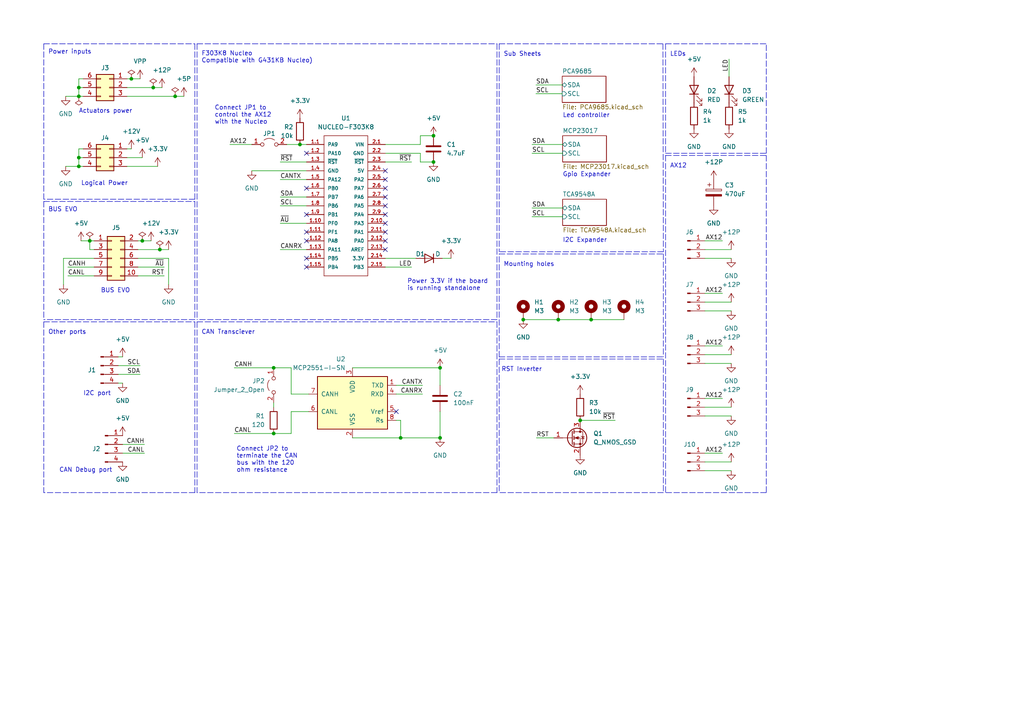
<source format=kicad_sch>
(kicad_sch (version 20211123) (generator eeschema)
  (paper "A4")
  (title_block (title "Carte Actuators") (date "2023-03-13") (rev "V2.0"))
  (lib_symbols
    (symbol "ComponentsEvo:NUCLEO-F303K8" (pin_names (offset 1.016))
      (property "Reference" "U" (at -2.54 21.59 0))
      (property "Value" "NUCLEO-F303K8" (at -7.62 -22.86 0))
      (symbol "NUCLEO-F303K8_1_0"
        (polyline (pts (xy -6.35 -20.32) (xy 6.35 -20.32)) (stroke (width 0.1524)))
        (polyline (pts (xy -6.35 20.32) (xy -6.35 -20.32)) (stroke (width 0.1524)))
        (polyline (pts (xy 6.35 -20.32) (xy 6.35 20.32)) (stroke (width 0.1524)))
        (polyline (pts (xy 6.35 20.32) (xy -6.35 20.32)) (stroke (width 0.1524)))
        (pin bidirectional line (at -11.43 17.78 0) (length 5.08) (name "PA9") (number "1.1"))
        (pin bidirectional line (at -11.43 -5.08 0) (length 5.08) (name "PF0") (number "1.10"))
        (pin bidirectional line (at -11.43 -7.62 0) (length 5.08) (name "PF1") (number "1.11"))
        (pin bidirectional line (at -11.43 -10.16 0) (length 5.08) (name "PA8") (number "1.12"))
        (pin bidirectional line (at -11.43 -12.7 0) (length 5.08) (name "PA11") (number "1.13"))
        (pin bidirectional line (at -11.43 -15.24 0) (length 5.08) (name "PB5") (number "1.14"))
        (pin bidirectional line (at -11.43 -17.78 0) (length 5.08) (name "PB4") (number "1.15"))
        (pin bidirectional line (at -11.43 15.24 0) (length 5.08) (name "PA10") (number "1.2"))
        (pin bidirectional line (at -11.43 12.7 0) (length 5.08) (name "~{RST}") (number "1.3"))
        (pin passive line (at -11.43 10.16 0) (length 5.08) (name "GND") (number "1.4"))
        (pin bidirectional line (at -11.43 7.62 0) (length 5.08) (name "PA12") (number "1.5"))
        (pin bidirectional line (at -11.43 5.08 0) (length 5.08) (name "PB0") (number "1.6"))
        (pin bidirectional line (at -11.43 2.54 0) (length 5.08) (name "PB7") (number "1.7"))
        (pin bidirectional line (at -11.43 0 0) (length 5.08) (name "PB6") (number "1.8"))
        (pin bidirectional line (at -11.43 -2.54 0) (length 5.08) (name "PB1") (number "1.9"))
        (pin power_in line (at 11.43 17.78 180) (length 5.08) (name "VIN") (number "2.1"))
        (pin bidirectional line (at 11.43 -5.08 180) (length 5.08) (name "PA3") (number "2.10"))
        (pin bidirectional line (at 11.43 -7.62 180) (length 5.08) (name "PA1") (number "2.11"))
        (pin bidirectional line (at 11.43 -10.16 180) (length 5.08) (name "PA0") (number "2.12"))
        (pin power_out line (at 11.43 -12.7 180) (length 5.08) (name "AREF") (number "2.13"))
        (pin power_out line (at 11.43 -15.24 180) (length 5.08) (name "3.3V") (number "2.14"))
        (pin bidirectional line (at 11.43 -17.78 180) (length 5.08) (name "PB3") (number "2.15"))
        (pin passive line (at 11.43 15.24 180) (length 5.08) (name "GND") (number "2.2"))
        (pin bidirectional line (at 11.43 12.7 180) (length 5.08) (name "~{RST}") (number "2.3"))
        (pin power_out line (at 11.43 10.16 180) (length 5.08) (name "5V") (number "2.4"))
        (pin bidirectional line (at 11.43 7.62 180) (length 5.08) (name "PA2") (number "2.5"))
        (pin bidirectional line (at 11.43 5.08 180) (length 5.08) (name "PA7") (number "2.6"))
        (pin bidirectional line (at 11.43 2.54 180) (length 5.08) (name "PA6") (number "2.7"))
        (pin bidirectional line (at 11.43 0 180) (length 5.08) (name "PA5") (number "2.8"))
        (pin bidirectional line (at 11.43 -2.54 180) (length 5.08) (name "PA4") (number "2.9"))
      )
    )
    (symbol "Connector:Conn_01x03_Male" (pin_names (offset 1.016) hide)
      (property "Reference" "J" (at 0 5.08 0))
      (property "Value" "Conn_01x03_Male" (at 0 -5.08 0))
      (symbol "Conn_01x03_Male_1_1"
        (polyline (pts (xy 1.27 -2.54) (xy 0.8636 -2.54)) (stroke (width 0.1524)))
        (polyline (pts (xy 1.27 0) (xy 0.8636 0)) (stroke (width 0.1524)))
        (polyline (pts (xy 1.27 2.54) (xy 0.8636 2.54)) (stroke (width 0.1524)))
        (rectangle (start 0.8636 -2.413) (end 0 -2.667) (stroke (width 0.1524)) (fill (type outline)))
        (rectangle (start 0.8636 0.127) (end 0 -0.127) (stroke (width 0.1524)) (fill (type outline)))
        (rectangle (start 0.8636 2.667) (end 0 2.413) (stroke (width 0.1524)) (fill (type outline)))
        (pin passive line (at 5.08 2.54 180) (length 3.81) (name "Pin_1") (number "1"))
        (pin passive line (at 5.08 0 180) (length 3.81) (name "Pin_2") (number "2"))
        (pin passive line (at 5.08 -2.54 180) (length 3.81) (name "Pin_3") (number "3"))
      )
    )
    (symbol "Connector:Conn_01x04_Male" (pin_names (offset 1.016) hide)
      (property "Reference" "J" (at 0 5.08 0))
      (property "Value" "Conn_01x04_Male" (at 0 -7.62 0))
      (symbol "Conn_01x04_Male_1_1"
        (polyline (pts (xy 1.27 -5.08) (xy 0.8636 -5.08)) (stroke (width 0.1524)))
        (polyline (pts (xy 1.27 -2.54) (xy 0.8636 -2.54)) (stroke (width 0.1524)))
        (polyline (pts (xy 1.27 0) (xy 0.8636 0)) (stroke (width 0.1524)))
        (polyline (pts (xy 1.27 2.54) (xy 0.8636 2.54)) (stroke (width 0.1524)))
        (rectangle (start 0.8636 -4.953) (end 0 -5.207) (stroke (width 0.1524)) (fill (type outline)))
        (rectangle (start 0.8636 -2.413) (end 0 -2.667) (stroke (width 0.1524)) (fill (type outline)))
        (rectangle (start 0.8636 0.127) (end 0 -0.127) (stroke (width 0.1524)) (fill (type outline)))
        (rectangle (start 0.8636 2.667) (end 0 2.413) (stroke (width 0.1524)) (fill (type outline)))
        (pin passive line (at 5.08 2.54 180) (length 3.81) (name "Pin_1") (number "1"))
        (pin passive line (at 5.08 0 180) (length 3.81) (name "Pin_2") (number "2"))
        (pin passive line (at 5.08 -2.54 180) (length 3.81) (name "Pin_3") (number "3"))
        (pin passive line (at 5.08 -5.08 180) (length 3.81) (name "Pin_4") (number "4"))
      )
    )
    (symbol "Connector_Generic:Conn_02x03_Counter_Clockwise" (pin_names (offset 1.016) hide)
      (property "Reference" "J" (at 1.27 5.08 0))
      (property "Value" "Conn_02x03_Counter_Clockwise" (at 1.27 -5.08 0))
      (symbol "Conn_02x03_Counter_Clockwise_1_1"
        (rectangle (start -1.27 -2.413) (end 0 -2.667) (stroke (width 0.1524)))
        (rectangle (start -1.27 0.127) (end 0 -0.127) (stroke (width 0.1524)))
        (rectangle (start -1.27 2.667) (end 0 2.413) (stroke (width 0.1524)))
        (rectangle (start -1.27 3.81) (end 3.81 -3.81) (stroke (width 0.254)) (fill (type background)))
        (rectangle (start 3.81 -2.413) (end 2.54 -2.667) (stroke (width 0.1524)))
        (rectangle (start 3.81 0.127) (end 2.54 -0.127) (stroke (width 0.1524)))
        (rectangle (start 3.81 2.667) (end 2.54 2.413) (stroke (width 0.1524)))
        (pin passive line (at -5.08 2.54 0) (length 3.81) (name "Pin_1") (number "1"))
        (pin passive line (at -5.08 0 0) (length 3.81) (name "Pin_2") (number "2"))
        (pin passive line (at -5.08 -2.54 0) (length 3.81) (name "Pin_3") (number "3"))
        (pin passive line (at 7.62 -2.54 180) (length 3.81) (name "Pin_4") (number "4"))
        (pin passive line (at 7.62 0 180) (length 3.81) (name "Pin_5") (number "5"))
        (pin passive line (at 7.62 2.54 180) (length 3.81) (name "Pin_6") (number "6"))
      )
    )
    (symbol "Connector_Generic:Conn_02x05_Odd_Even" (pin_names (offset 1.016) hide)
      (property "Reference" "J" (at 1.27 7.62 0))
      (property "Value" "Conn_02x05_Odd_Even" (at 1.27 -7.62 0))
      (symbol "Conn_02x05_Odd_Even_1_1"
        (rectangle (start -1.27 -4.953) (end 0 -5.207) (stroke (width 0.1524)))
        (rectangle (start -1.27 -2.413) (end 0 -2.667) (stroke (width 0.1524)))
        (rectangle (start -1.27 0.127) (end 0 -0.127) (stroke (width 0.1524)))
        (rectangle (start -1.27 2.667) (end 0 2.413) (stroke (width 0.1524)))
        (rectangle (start -1.27 5.207) (end 0 4.953) (stroke (width 0.1524)))
        (rectangle (start -1.27 6.35) (end 3.81 -6.35) (stroke (width 0.254)) (fill (type background)))
        (rectangle (start 3.81 -4.953) (end 2.54 -5.207) (stroke (width 0.1524)))
        (rectangle (start 3.81 -2.413) (end 2.54 -2.667) (stroke (width 0.1524)))
        (rectangle (start 3.81 0.127) (end 2.54 -0.127) (stroke (width 0.1524)))
        (rectangle (start 3.81 2.667) (end 2.54 2.413) (stroke (width 0.1524)))
        (rectangle (start 3.81 5.207) (end 2.54 4.953) (stroke (width 0.1524)))
        (pin passive line (at -5.08 5.08 0) (length 3.81) (name "Pin_1") (number "1"))
        (pin passive line (at 7.62 -5.08 180) (length 3.81) (name "Pin_10") (number "10"))
        (pin passive line (at 7.62 5.08 180) (length 3.81) (name "Pin_2") (number "2"))
        (pin passive line (at -5.08 2.54 0) (length 3.81) (name "Pin_3") (number "3"))
        (pin passive line (at 7.62 2.54 180) (length 3.81) (name "Pin_4") (number "4"))
        (pin passive line (at -5.08 0 0) (length 3.81) (name "Pin_5") (number "5"))
        (pin passive line (at 7.62 0 180) (length 3.81) (name "Pin_6") (number "6"))
        (pin passive line (at -5.08 -2.54 0) (length 3.81) (name "Pin_7") (number "7"))
        (pin passive line (at 7.62 -2.54 180) (length 3.81) (name "Pin_8") (number "8"))
        (pin passive line (at -5.08 -5.08 0) (length 3.81) (name "Pin_9") (number "9"))
      )
    )
    (symbol "Device:C" (pin_numbers hide) (pin_names (offset 0.254))
      (property "Reference" "C" (at 0.635 2.54 0))
      (property "Value" "C" (at 0.635 -2.54 0))
      (symbol "C_0_1"
        (polyline (pts (xy -2.032 -0.762) (xy 2.032 -0.762)) (stroke (width 0.508)))
        (polyline (pts (xy -2.032 0.762) (xy 2.032 0.762)) (stroke (width 0.508)))
      )
      (symbol "C_1_1"
        (pin passive line (at 0 3.81 270) (length 2.794) (name "~") (number "1"))
        (pin passive line (at 0 -3.81 90) (length 2.794) (name "~") (number "2"))
      )
    )
    (symbol "Device:C_Polarized" (pin_numbers hide) (pin_names (offset 0.254))
      (property "Reference" "C" (at 0.635 2.54 0))
      (property "Value" "C_Polarized" (at 0.635 -2.54 0))
      (symbol "C_Polarized_0_1"
        (rectangle (start -2.286 0.508) (end 2.286 1.016))
        (polyline (pts (xy -1.778 2.286) (xy -0.762 2.286)))
        (polyline (pts (xy -1.27 2.794) (xy -1.27 1.778)))
        (rectangle (start 2.286 -0.508) (end -2.286 -1.016) (fill (type outline)))
      )
      (symbol "C_Polarized_1_1"
        (pin passive line (at 0 3.81 270) (length 2.794) (name "~") (number "1"))
        (pin passive line (at 0 -3.81 90) (length 2.794) (name "~") (number "2"))
      )
    )
    (symbol "Device:D" (pin_numbers hide) (pin_names (offset 1.016) hide)
      (property "Reference" "D" (at 0 2.54 0))
      (property "Value" "D" (at 0 -2.54 0))
      (symbol "D_0_1"
        (polyline (pts (xy -1.27 1.27) (xy -1.27 -1.27)) (stroke (width 0.254)))
        (polyline (pts (xy 1.27 0) (xy -1.27 0)))
        (polyline (pts (xy 1.27 1.27) (xy 1.27 -1.27) (xy -1.27 0) (xy 1.27 1.27)) (stroke (width 0.254)))
      )
      (symbol "D_1_1"
        (pin passive line (at -3.81 0 0) (length 2.54) (name "K") (number "1"))
        (pin passive line (at 3.81 0 180) (length 2.54) (name "A") (number "2"))
      )
    )
    (symbol "Device:LED" (pin_numbers hide) (pin_names (offset 1.016) hide)
      (property "Reference" "D" (at 0 2.54 0))
      (property "Value" "LED" (at 0 -2.54 0))
      (symbol "LED_0_1"
        (polyline (pts (xy -1.27 -1.27) (xy -1.27 1.27)) (stroke (width 0.254)))
        (polyline (pts (xy -1.27 0) (xy 1.27 0)))
        (polyline (pts (xy 1.27 -1.27) (xy 1.27 1.27) (xy -1.27 0) (xy 1.27 -1.27)) (stroke (width 0.254)))
        (polyline (pts (xy -3.048 -0.762) (xy -4.572 -2.286) (xy -3.81 -2.286) (xy -4.572 -2.286) (xy -4.572 -1.524)))
        (polyline (pts (xy -1.778 -0.762) (xy -3.302 -2.286) (xy -2.54 -2.286) (xy -3.302 -2.286) (xy -3.302 -1.524)))
      )
      (symbol "LED_1_1"
        (pin passive line (at -3.81 0 0) (length 2.54) (name "K") (number "1"))
        (pin passive line (at 3.81 0 180) (length 2.54) (name "A") (number "2"))
      )
    )
    (symbol "Device:Q_NMOS_GSD" (pin_names (offset 0) hide)
      (property "Reference" "Q" (at 5.08 1.27 0))
      (property "Value" "Q_NMOS_GSD" (at 5.08 -1.27 0))
      (symbol "Q_NMOS_GSD_0_1"
        (polyline (pts (xy 0.254 0) (xy -2.54 0)))
        (polyline (pts (xy 0.254 1.905) (xy 0.254 -1.905)) (stroke (width 0.254)))
        (polyline (pts (xy 0.762 -1.27) (xy 0.762 -2.286)) (stroke (width 0.254)))
        (polyline (pts (xy 0.762 0.508) (xy 0.762 -0.508)) (stroke (width 0.254)))
        (polyline (pts (xy 0.762 2.286) (xy 0.762 1.27)) (stroke (width 0.254)))
        (polyline (pts (xy 2.54 2.54) (xy 2.54 1.778)))
        (polyline (pts (xy 2.54 -2.54) (xy 2.54 0) (xy 0.762 0)))
        (polyline (pts (xy 0.762 -1.778) (xy 3.302 -1.778) (xy 3.302 1.778) (xy 0.762 1.778)))
        (polyline (pts (xy 1.016 0) (xy 2.032 0.381) (xy 2.032 -0.381) (xy 1.016 0)) (fill (type outline)))
        (polyline (pts (xy 2.794 0.508) (xy 2.921 0.381) (xy 3.683 0.381) (xy 3.81 0.254)))
        (polyline (pts (xy 3.302 0.381) (xy 2.921 -0.254) (xy 3.683 -0.254) (xy 3.302 0.381)))
        (circle (center 1.651 0) (radius 2.794) (stroke (width 0.254)))
        (circle (center 2.54 -1.778) (radius 0.254) (fill (type outline)))
        (circle (center 2.54 1.778) (radius 0.254) (fill (type outline)))
      )
      (symbol "Q_NMOS_GSD_1_1"
        (pin input line (at -5.08 0 0) (length 2.54) (name "G") (number "1"))
        (pin passive line (at 2.54 -5.08 90) (length 2.54) (name "S") (number "2"))
        (pin passive line (at 2.54 5.08 270) (length 2.54) (name "D") (number "3"))
      )
    )
    (symbol "Device:R" (pin_numbers hide) (pin_names (offset 0))
      (property "Reference" "R" (at 2.032 0 90))
      (property "Value" "R" (at 0 0 90))
      (symbol "R_0_1"
        (rectangle (start -1.016 -2.54) (end 1.016 2.54) (stroke (width 0.254)))
      )
      (symbol "R_1_1"
        (pin passive line (at 0 3.81 270) (length 1.27) (name "~") (number "1"))
        (pin passive line (at 0 -3.81 90) (length 1.27) (name "~") (number "2"))
      )
    )
    (symbol "Interface_CAN_LIN:MCP2551-I-SN" (pin_names (offset 1.016))
      (property "Reference" "U" (at -10.16 8.89 0))
      (property "Value" "MCP2551-I-SN" (at 2.54 8.89 0))
      (symbol "MCP2551-I-SN_0_1"
        (rectangle (start -10.16 7.62) (end 10.16 -7.62) (stroke (width 0.254)) (fill (type background)))
      )
      (symbol "MCP2551-I-SN_1_1"
        (pin input line (at -12.7 5.08 0) (length 2.54) (name "TXD") (number "1"))
        (pin power_in line (at 0 -10.16 90) (length 2.54) (name "VSS") (number "2"))
        (pin power_in line (at 0 10.16 270) (length 2.54) (name "VDD") (number "3"))
        (pin output line (at -12.7 2.54 0) (length 2.54) (name "RXD") (number "4"))
        (pin power_out line (at -12.7 -2.54 0) (length 2.54) (name "Vref") (number "5"))
        (pin bidirectional line (at 12.7 -2.54 180) (length 2.54) (name "CANL") (number "6"))
        (pin bidirectional line (at 12.7 2.54 180) (length 2.54) (name "CANH") (number "7"))
        (pin input line (at -12.7 -5.08 0) (length 2.54) (name "Rs") (number "8"))
      )
    )
    (symbol "Jumper:Jumper_2_Open" (pin_names (offset 0) hide)
      (property "Reference" "JP" (at 0 2.794 0))
      (property "Value" "Jumper_2_Open" (at 0 -2.286 0))
      (symbol "Jumper_2_Open_0_0"
        (circle (center -2.032 0) (radius 0.508))
        (circle (center 2.032 0) (radius 0.508))
      )
      (symbol "Jumper_2_Open_0_1"
        (arc (start 1.524 1.27) (mid 0 1.778) (end -1.524 1.27))
      )
      (symbol "Jumper_2_Open_1_1"
        (pin passive line (at -5.08 0 0) (length 2.54) (name "A") (number "1"))
        (pin passive line (at 5.08 0 180) (length 2.54) (name "B") (number "2"))
      )
    )
    (symbol "Mechanical:MountingHole_Pad" (pin_numbers hide) (pin_names (offset 1.016) hide)
      (property "Reference" "H" (at 0 6.35 0))
      (property "Value" "MountingHole_Pad" (at 0 4.445 0))
      (symbol "MountingHole_Pad_0_1"
        (circle (center 0 1.27) (radius 1.27) (stroke (width 1.27)))
      )
      (symbol "MountingHole_Pad_1_1"
        (pin input line (at 0 -2.54 90) (length 2.54) (name "1") (number "1"))
      )
    )
    (symbol "power:+12P" (power) (pin_names (offset 0))
      (property "Value" "+12P" (at 0 3.556 0))
      (symbol "+12P_0_1"
        (polyline (pts (xy -0.762 1.27) (xy 0 2.54)))
        (polyline (pts (xy 0 0) (xy 0 2.54)))
        (polyline (pts (xy 0 2.54) (xy 0.762 1.27)))
      )
      (symbol "+12P_1_1"
        (pin power_in line (at 0 0 90) (length 0) hide (name "+12P") (number "1"))
      )
    )
    (symbol "power:+12V" (power) (pin_names (offset 0))
      (property "Value" "+12V" (at 0 3.556 0))
      (symbol "+12V_0_1"
        (polyline (pts (xy -0.762 1.27) (xy 0 2.54)))
        (polyline (pts (xy 0 0) (xy 0 2.54)))
        (polyline (pts (xy 0 2.54) (xy 0.762 1.27)))
      )
      (symbol "+12V_1_1"
        (pin power_in line (at 0 0 90) (length 0) hide (name "+12V") (number "1"))
      )
    )
    (symbol "power:+3.3V" (power) (pin_names (offset 0))
      (property "Value" "+3.3V" (at 0 3.556 0))
      (symbol "+3.3V_0_1"
        (polyline (pts (xy -0.762 1.27) (xy 0 2.54)))
        (polyline (pts (xy 0 0) (xy 0 2.54)))
        (polyline (pts (xy 0 2.54) (xy 0.762 1.27)))
      )
      (symbol "+3.3V_1_1"
        (pin power_in line (at 0 0 90) (length 0) hide (name "+3.3V") (number "1"))
      )
    )
    (symbol "power:+5P" (power) (pin_names (offset 0))
      (property "Value" "+5P" (at 0 3.556 0))
      (symbol "+5P_0_1"
        (polyline (pts (xy -0.762 1.27) (xy 0 2.54)))
        (polyline (pts (xy 0 0) (xy 0 2.54)))
        (polyline (pts (xy 0 2.54) (xy 0.762 1.27)))
      )
      (symbol "+5P_1_1"
        (pin power_in line (at 0 0 90) (length 0) hide (name "+5P") (number "1"))
      )
    )
    (symbol "power:+5V" (power) (pin_names (offset 0))
      (property "Value" "+5V" (at 0 3.556 0))
      (symbol "+5V_0_1"
        (polyline (pts (xy -0.762 1.27) (xy 0 2.54)))
        (polyline (pts (xy 0 0) (xy 0 2.54)))
        (polyline (pts (xy 0 2.54) (xy 0.762 1.27)))
      )
      (symbol "+5V_1_1"
        (pin power_in line (at 0 0 90) (length 0) hide (name "+5V") (number "1"))
      )
    )
    (symbol "power:GND" (power) (pin_names (offset 0))
      (property "Value" "GND" (at 0 -3.81 0))
      (symbol "GND_0_1"
        (polyline (pts (xy 0 0) (xy 0 -1.27) (xy 1.27 -1.27) (xy 0 -2.54) (xy -1.27 -1.27) (xy 0 -1.27)))
      )
      (symbol "GND_1_1"
        (pin power_in line (at 0 0 270) (length 0) hide (name "GND") (number "1"))
      )
    )
    (symbol "power:PWR_FLAG" (power) (pin_numbers hide) (pin_names (offset 0) hide)
      (property "Value" "PWR_FLAG" (at 0 3.81 0))
      (symbol "PWR_FLAG_0_0"
        (pin power_out line (at 0 0 90) (length 0) (name "pwr") (number "1"))
      )
      (symbol "PWR_FLAG_0_1"
        (polyline (pts (xy 0 0) (xy 0 1.27) (xy -1.016 1.905) (xy 0 2.54) (xy 1.016 1.905) (xy 0 1.27)))
      )
    )
    (symbol "power:VPP" (power) (pin_names (offset 0))
      (property "Value" "VPP" (at 0 3.81 0))
      (symbol "VPP_0_1"
        (polyline (pts (xy -0.762 1.27) (xy 0 2.54)))
        (polyline (pts (xy 0 0) (xy 0 2.54)))
        (polyline (pts (xy 0 2.54) (xy 0.762 1.27)))
      )
      (symbol "VPP_1_1"
        (pin power_in line (at 0 0 90) (length 0) hide (name "VPP") (number "1"))
      )
    )
  )
  (junction (at 171.45 92.71))
  (junction (at 22.86 27.94))
  (junction (at 22.86 25.4))
  (junction (at 46.355 72.39))
  (junction (at 38.1 22.86))
  (junction (at 50.8 27.94))
  (junction (at 151.765 92.71))
  (junction (at 22.86 45.72))
  (junction (at 22.86 48.26))
  (junction (at 125.73 39.37))
  (junction (at 79.375 125.73))
  (junction (at 41.275 69.85))
  (junction (at 168.275 121.92))
  (junction (at 26.035 69.85))
  (junction (at 86.995 41.91))
  (junction (at 161.925 92.71))
  (junction (at 116.205 127))
  (junction (at 125.73 46.99))
  (junction (at 127.635 106.68))
  (junction (at 127.635 127))
  (junction (at 79.375 106.68))
  (junction (at 44.45 25.4))
  (no_connect (at 111.76 62.23))
  (no_connect (at 111.76 57.15))
  (no_connect (at 88.9 74.93))
  (no_connect (at 88.9 62.23))
  (no_connect (at 111.76 54.61))
  (no_connect (at 88.9 54.61))
  (no_connect (at 88.9 44.45))
  (no_connect (at 111.76 72.39))
  (no_connect (at 111.76 52.07))
  (no_connect (at 114.935 119.38))
  (no_connect (at 111.76 49.53))
  (no_connect (at 88.9 77.47))
  (no_connect (at 111.76 64.77))
  (no_connect (at 111.76 59.69))
  (no_connect (at 111.76 67.31))
  (no_connect (at 111.76 69.85))
  (no_connect (at 88.9 67.31))
  (no_connect (at 88.9 69.85))
  (wire (pts (xy 127.635 127) (xy 116.205 127)))
  (wire (pts (xy 127.635 111.76) (xy 127.635 106.68)))
  (wire (pts (xy 155.448 24.638) (xy 163.068 24.638)))
  (wire (pts (xy 204.47 105.41) (xy 212.09 105.41)))
  (wire (pts (xy 125.73 39.37) (xy 121.92 39.37)))
  (wire (pts (xy 127.635 106.68) (xy 102.235 106.68)))
  (wire (pts (xy 211.455 17.145) (xy 211.455 22.225)))
  (wire (pts (xy 81.28 57.15) (xy 88.9 57.15)))
  (wire (pts (xy 83.185 41.91) (xy 86.995 41.91)))
  (polyline (pts (xy 144.78 73.66) (xy 192.405 73.66)))
  (wire (pts (xy 23.495 69.85) (xy 26.035 69.85)))
  (wire (pts (xy 36.83 27.94) (xy 50.8 27.94)))
  (wire (pts (xy 22.86 43.18) (xy 22.86 45.72)))
  (wire (pts (xy 155.448 27.178) (xy 163.068 27.178)))
  (wire (pts (xy 81.28 46.99) (xy 88.9 46.99)))
  (wire (pts (xy 41.275 69.85) (xy 43.815 69.85)))
  (wire (pts (xy 48.895 74.93) (xy 48.895 82.55)))
  (wire (pts (xy 120.65 74.93) (xy 111.76 74.93)))
  (wire (pts (xy 26.035 69.85) (xy 27.305 69.85)))
  (wire (pts (xy 171.45 92.71) (xy 180.975 92.71)))
  (polyline (pts (xy 144.145 142.875) (xy 57.15 142.875)))
  (wire (pts (xy 34.29 106.045) (xy 40.64 106.045)))
  (wire (pts (xy 19.685 77.47) (xy 27.305 77.47)))
  (polyline (pts (xy 144.78 104.14) (xy 144.78 142.875)))
  (wire (pts (xy 27.305 74.93) (xy 18.415 74.93)))
  (wire (pts (xy 79.375 118.11) (xy 79.375 116.84)))
  (polyline (pts (xy 144.78 103.505) (xy 144.78 73.66)))
  (polyline (pts (xy 12.7 58.42) (xy 56.515 58.42)))
  (wire (pts (xy 26.035 72.39) (xy 27.305 72.39)))
  (wire (pts (xy 19.05 48.26) (xy 22.86 48.26)))
  (polyline (pts (xy 193.04 44.45) (xy 222.25 44.45)))
  (polyline (pts (xy 193.04 12.7) (xy 222.25 12.7)))
  (wire (pts (xy 47.625 77.47) (xy 40.005 77.47)))
  (polyline (pts (xy 222.25 45.085) (xy 222.25 142.875)))
  (polyline (pts (xy 144.78 12.7) (xy 192.278 12.7)))
  (wire (pts (xy 18.415 74.93) (xy 18.415 82.55)))
  (polyline (pts (xy 12.7 12.7) (xy 12.7 57.785)))
  (wire (pts (xy 34.29 108.585) (xy 40.64 108.585)))
  (wire (pts (xy 204.47 120.65) (xy 212.09 120.65)))
  (polyline (pts (xy 57.15 93.345) (xy 57.15 142.875)))
  (wire (pts (xy 151.765 92.71) (xy 161.925 92.71)))
  (wire (pts (xy 79.375 125.73) (xy 84.455 125.73)))
  (wire (pts (xy 22.86 45.72) (xy 22.86 48.26)))
  (wire (pts (xy 24.13 22.86) (xy 22.86 22.86)))
  (wire (pts (xy 204.47 72.39) (xy 212.09 72.39)))
  (wire (pts (xy 154.305 60.325) (xy 163.195 60.325)))
  (polyline (pts (xy 144.145 12.7) (xy 144.145 92.71)))
  (wire (pts (xy 35.56 128.905) (xy 41.91 128.905)))
  (polyline (pts (xy 193.04 45.085) (xy 222.25 45.085)))
  (wire (pts (xy 24.13 45.72) (xy 22.86 45.72)))
  (wire (pts (xy 127.635 119.38) (xy 127.635 127)))
  (polyline (pts (xy 12.7 93.345) (xy 12.7 142.875)))
  (polyline (pts (xy 56.515 92.71) (xy 12.7 92.71)))
  (wire (pts (xy 47.625 80.01) (xy 40.005 80.01)))
  (wire (pts (xy 114.935 121.92) (xy 116.205 121.92)))
  (wire (pts (xy 161.925 92.71) (xy 171.45 92.71)))
  (polyline (pts (xy 144.78 12.7) (xy 144.78 73.025)))
  (wire (pts (xy 46.355 72.39) (xy 48.895 72.39)))
  (wire (pts (xy 19.05 27.94) (xy 22.86 27.94)))
  (wire (pts (xy 84.455 114.3) (xy 84.455 106.68)))
  (wire (pts (xy 204.47 90.17) (xy 212.09 90.17)))
  (wire (pts (xy 81.28 72.39) (xy 88.9 72.39)))
  (wire (pts (xy 79.375 125.73) (xy 67.945 125.73)))
  (polyline (pts (xy 56.515 12.7) (xy 56.515 57.785)))
  (wire (pts (xy 24.13 48.26) (xy 22.86 48.26)))
  (wire (pts (xy 36.83 45.72) (xy 41.275 45.72)))
  (wire (pts (xy 84.455 119.38) (xy 89.535 119.38)))
  (wire (pts (xy 204.47 69.85) (xy 209.55 69.85)))
  (polyline (pts (xy 192.405 73.66) (xy 192.405 103.505)))
  (wire (pts (xy 24.13 27.94) (xy 22.86 27.94)))
  (wire (pts (xy 34.29 111.125) (xy 35.56 111.125)))
  (wire (pts (xy 81.28 59.69) (xy 88.9 59.69)))
  (wire (pts (xy 81.28 52.07) (xy 88.9 52.07)))
  (polyline (pts (xy 193.04 12.7) (xy 193.04 44.45)))
  (wire (pts (xy 204.47 100.33) (xy 209.55 100.33)))
  (polyline (pts (xy 57.15 12.7) (xy 144.145 12.7)))
  (wire (pts (xy 204.47 85.09) (xy 209.55 85.09)))
  (wire (pts (xy 36.83 43.18) (xy 38.1 43.18)))
  (wire (pts (xy 79.375 106.68) (xy 67.945 106.68)))
  (wire (pts (xy 116.205 127) (xy 102.235 127)))
  (polyline (pts (xy 56.515 142.875) (xy 12.7 142.875)))
  (polyline (pts (xy 56.515 57.785) (xy 12.7 57.785)))
  (wire (pts (xy 19.685 80.01) (xy 27.305 80.01)))
  (wire (pts (xy 22.86 22.86) (xy 22.86 25.4)))
  (wire (pts (xy 40.005 74.93) (xy 48.895 74.93)))
  (polyline (pts (xy 144.78 104.14) (xy 192.405 104.14)))
  (wire (pts (xy 204.47 131.445) (xy 209.55 131.445)))
  (wire (pts (xy 44.45 25.4) (xy 36.83 25.4)))
  (polyline (pts (xy 192.405 104.14) (xy 192.405 142.875)))
  (wire (pts (xy 36.83 48.26) (xy 45.72 48.26)))
  (wire (pts (xy 204.47 115.57) (xy 209.55 115.57)))
  (polyline (pts (xy 222.25 44.45) (xy 222.25 12.7)))
  (wire (pts (xy 84.455 125.73) (xy 84.455 119.38)))
  (wire (pts (xy 89.535 114.3) (xy 84.455 114.3)))
  (wire (pts (xy 40.005 69.85) (xy 41.275 69.85)))
  (wire (pts (xy 155.575 127) (xy 160.655 127)))
  (wire (pts (xy 84.455 106.68) (xy 79.375 106.68)))
  (wire (pts (xy 122.555 111.76) (xy 114.935 111.76)))
  (polyline (pts (xy 192.278 12.7) (xy 192.405 73.025)))
  (wire (pts (xy 24.13 25.4) (xy 22.86 25.4)))
  (wire (pts (xy 204.47 74.93) (xy 212.09 74.93)))
  (wire (pts (xy 111.76 46.99) (xy 119.38 46.99)))
  (polyline (pts (xy 144.78 103.505) (xy 192.405 103.505)))
  (wire (pts (xy 154.305 41.91) (xy 163.195 41.91)))
  (polyline (pts (xy 56.515 58.42) (xy 56.515 92.71)))
  (polyline (pts (xy 57.15 93.345) (xy 144.145 93.345)))
  (wire (pts (xy 204.47 87.63) (xy 212.09 87.63)))
  (wire (pts (xy 38.1 22.86) (xy 36.83 22.86)))
  (polyline (pts (xy 192.405 142.875) (xy 144.78 142.875)))
  (wire (pts (xy 204.47 133.985) (xy 212.09 133.985)))
  (wire (pts (xy 46.99 25.4) (xy 44.45 25.4)))
  (wire (pts (xy 154.305 62.865) (xy 163.195 62.865)))
  (wire (pts (xy 86.995 41.91) (xy 88.9 41.91)))
  (wire (pts (xy 111.76 77.47) (xy 119.38 77.47)))
  (wire (pts (xy 40.64 22.86) (xy 38.1 22.86)))
  (wire (pts (xy 168.275 121.92) (xy 178.435 121.92)))
  (polyline (pts (xy 12.7 58.42) (xy 12.7 92.71)))
  (wire (pts (xy 50.8 27.94) (xy 53.34 27.94)))
  (wire (pts (xy 111.76 41.91) (xy 121.92 41.91)))
  (wire (pts (xy 204.47 118.11) (xy 212.09 118.11)))
  (polyline (pts (xy 222.25 142.875) (xy 193.04 142.875)))
  (wire (pts (xy 116.205 121.92) (xy 116.205 127)))
  (wire (pts (xy 66.675 41.91) (xy 73.025 41.91)))
  (wire (pts (xy 122.555 114.3) (xy 114.935 114.3)))
  (polyline (pts (xy 193.04 45.085) (xy 193.04 142.875)))
  (wire (pts (xy 111.76 44.45) (xy 121.92 44.45)))
  (wire (pts (xy 121.92 46.99) (xy 125.73 46.99)))
  (polyline (pts (xy 192.405 73.025) (xy 144.78 73.025)))
  (wire (pts (xy 121.92 44.45) (xy 121.92 46.99)))
  (wire (pts (xy 130.81 74.93) (xy 128.27 74.93)))
  (polyline (pts (xy 56.515 93.345) (xy 56.515 142.875)))
  (wire (pts (xy 40.005 72.39) (xy 46.355 72.39)))
  (wire (pts (xy 35.56 131.445) (xy 41.91 131.445)))
  (wire (pts (xy 22.86 25.4) (xy 22.86 27.94)))
  (polyline (pts (xy 144.145 93.345) (xy 144.145 142.875)))
  (wire (pts (xy 204.47 102.87) (xy 212.09 102.87)))
  (wire (pts (xy 24.13 43.18) (xy 22.86 43.18)))
  (wire (pts (xy 26.035 69.85) (xy 26.035 72.39)))
  (polyline (pts (xy 57.15 12.7) (xy 57.15 92.71)))
  (wire (pts (xy 204.47 136.525) (xy 212.09 136.525)))
  (wire (pts (xy 34.29 103.505) (xy 35.56 103.505)))
  (polyline (pts (xy 144.145 92.71) (xy 57.15 92.71)))
  (polyline (pts (xy 12.7 12.7) (xy 56.515 12.7)))
  (wire (pts (xy 121.92 39.37) (xy 121.92 41.91)))
  (wire (pts (xy 88.9 49.53) (xy 73.025 49.53)))
  (wire (pts (xy 154.305 44.45) (xy 163.195 44.45)))
  (polyline (pts (xy 12.7 93.345) (xy 56.515 93.345)))
  (wire (pts (xy 81.28 64.77) (xy 88.9 64.77)))
  (text "CAN Debug port" (at 17.145 137.16 0) (effects (font (size 1.27 1.27)) (justify left bottom)))
  (text "Sub Sheets" (at 146.05 16.51 0) (effects (font (size 1.27 1.27)) (justify left bottom)))
  (text "BUS EVO" (at 13.97 61.595 0) (effects (font (size 1.27 1.27)) (justify left bottom)))
  (text "Connect JP1 to\ncontrol the AX12\nwith the Nucleo" (at 62.23 36.195 0) (effects (font (size 1.27 1.27)) (justify left bottom)))
  (text "CAN Transciever" (at 58.42 97.155 0) (effects (font (size 1.27 1.27)) (justify left bottom)))
  (text "Power inputs" (at 13.97 15.875 0) (effects (font (size 1.27 1.27)) (justify left bottom)))
  (text "Actuators power" (at 22.86 33.02 0) (effects (font (size 1.27 1.27)) (justify left bottom)))
  (text "I2C Expander" (at 163.195 70.485 0) (effects (font (size 1.27 1.27)) (justify left bottom)))
  (text "Gpio Expander" (at 163.195 51.435 0) (effects (font (size 1.27 1.27)) (justify left bottom)))
  (text "RST Inverter" (at 145.415 107.95 0) (effects (font (size 1.27 1.27)) (justify left bottom)))
  (text "AX12" (at 194.31 48.895 0) (effects (font (size 1.27 1.27)) (justify left bottom)))
  (text "Led controller" (at 163.195 34.29 0) (effects (font (size 1.27 1.27)) (justify left bottom)))
  (text "Connect JP2 to\nterminate the CAN\nbus with the 120\nohm resistance" (at 68.58 137.16 0) (effects (font (size 1.27 1.27)) (justify left bottom)))
  (text "I2C port" (at 24.13 114.935 0) (effects (font (size 1.27 1.27)) (justify left bottom)))
  (text "Power 3.3V if the board\nis running standalone" (at 118.11 84.455 0) (effects (font (size 1.27 1.27)) (justify left bottom)))
  (text "BUS EVO" (at 29.21 85.09 0) (effects (font (size 1.27 1.27)) (justify left bottom)))
  (text "Mounting holes" (at 146.05 77.47 0) (effects (font (size 1.27 1.27)) (justify left bottom)))
  (text "F303K8 Nucleo\nCompatible with G431KB Nucleo)" (at 58.42 18.415 0) (effects (font (size 1.27 1.27)) (justify left bottom)))
  (text "LEDs" (at 194.31 16.51 0) (effects (font (size 1.27 1.27)) (justify left bottom)))
  (text "Logical Power" (at 23.495 53.975 0) (effects (font (size 1.27 1.27)) (justify left bottom)))
  (text "Other ports" (at 13.97 97.155 0) (effects (font (size 1.27 1.27)) (justify left bottom)))
  (label "SCL" (at 154.305 44.45 0))
  (label "SCL" (at 81.28 59.69 0))
  (label "~{RST}" (at 119.38 46.99 180))
  (label "AX12" (at 209.55 85.09 180))
  (label "SDA" (at 40.64 108.585 180))
  (label "AX12" (at 209.55 115.57 180))
  (label "CANL" (at 67.945 125.73 0))
  (label "CANL" (at 19.685 80.01 0))
  (label "LED" (at 119.38 77.47 180))
  (label "AX12" (at 209.55 131.445 180))
  (label "SDA" (at 154.305 41.91 0))
  (label "CANRX" (at 81.28 72.39 0))
  (label "LED" (at 211.455 17.145 270))
  (label "~{AU}" (at 81.28 64.77 0))
  (label "~{RST}" (at 178.435 121.92 180))
  (label "CANRX" (at 122.555 114.3 180))
  (label "AX12" (at 209.55 69.85 180))
  (label "SCL" (at 155.448 27.178 0))
  (label "SCL" (at 40.64 106.045 180))
  (label "RST" (at 155.575 127 0))
  (label "RST" (at 47.625 80.01 180))
  (label "SDA" (at 154.305 60.325 0))
  (label "SCL" (at 154.305 62.865 0))
  (label "CANL" (at 41.91 131.445 180))
  (label "AX12" (at 66.675 41.91 0))
  (label "CANH" (at 19.685 77.47 0))
  (label "SDA" (at 81.28 57.15 0))
  (label "CANH" (at 41.91 128.905 180))
  (label "AX12" (at 209.55 100.33 180))
  (label "CANH" (at 67.945 106.68 0))
  (label "~{RST}" (at 81.28 46.99 0))
  (label "CANTX" (at 81.28 52.07 0))
  (label "CANTX" (at 122.555 111.76 180))
  (label "~{AU}" (at 47.625 77.47 180))
  (label "SDA" (at 155.448 24.638 0))
  (symbol (lib_id "power:GND") (at 35.56 111.125 0) (mirror y) (unit 1)
    (property "Reference" "#PWR06" (effects hide))
    (property "Value" "GND" (at 35.56 116.205 0))
  )
  (symbol (lib_id "Device:LED") (at 211.455 26.035 90) (unit 1)
    (property "Reference" "D3" (at 215.265 26.3524 90) (effects (justify right)))
    (property "Value" "GREEN" (at 215.265 28.8924 90) (effects (justify right)))
    (property "Footprint" "LED_SMD:LED_0805_2012Metric" (effects hide))
  )
  (symbol (lib_id "Device:LED") (at 201.295 26.035 90) (unit 1)
    (property "Reference" "D2" (at 205.105 26.3524 90) (effects (justify right)))
    (property "Value" "RED" (at 205.105 28.8924 90) (effects (justify right)))
    (property "Footprint" "LED_SMD:LED_0805_2012Metric" (effects hide))
  )
  (symbol (lib_id "Connector:Conn_01x03_Male") (at 199.39 133.985 0) (unit 1)
    (property "Reference" "J10" (at 200.025 128.905 0))
    (property "Value" "Conn_01x03_Male" (effects hide))
    (property "Footprint" "ConnectorsEvo:22-03-5035" (effects hide))
  )
  (symbol (lib_id "Connector:Conn_01x03_Male") (at 199.39 72.39 0) (unit 1)
    (property "Reference" "J6" (at 200.025 67.31 0))
    (property "Value" "Conn_01x03_Male" (effects hide))
    (property "Footprint" "ConnectorsEvo:22-03-5035" (effects hide))
  )
  (symbol (lib_id "power:+12P") (at 212.09 118.11 0) (mirror y) (unit 1)
    (property "Reference" "#PWR039" (effects hide))
    (property "Value" "+12P" (at 212.09 113.03 0))
  )
  (symbol (lib_id "power:GND") (at 212.09 105.41 0) (mirror y) (unit 1)
    (property "Reference" "#PWR038" (effects hide))
    (property "Value" "GND" (at 212.09 110.49 0))
  )
  (symbol (lib_id "power:PWR_FLAG") (at 38.1 22.86 0) (mirror y) (unit 1)
    (property "Reference" "#FLG03" (effects hide))
    (property "Value" "PWR_FLAG" (effects hide))
  )
  (symbol (lib_id "power:+5P") (at 53.34 27.94 0) (mirror y) (unit 1)
    (property "Reference" "#PWR017" (effects hide))
    (property "Value" "+5P" (at 53.34 22.86 0))
  )
  (symbol (lib_id "Device:C") (at 125.73 43.18 0) (unit 1)
    (property "Reference" "C1" (at 129.54 41.9099 0) (effects (justify left)))
    (property "Value" "4.7uF" (at 129.54 44.4499 0) (effects (justify left)))
    (property "Footprint" "Capacitor_SMD:C_0603_1608Metric" (effects hide))
  )
  (symbol (lib_id "Connector:Conn_01x04_Male") (at 29.21 106.045 0) (unit 1)
    (property "Reference" "J1" (at 26.67 107.315 0))
    (property "Value" "Conn_01x04_Male" (effects hide))
    (property "Footprint" "ConnectorsEvo:B04B-PASK" (effects hide))
  )
  (symbol (lib_id "power:GND") (at 151.765 92.71 0) (unit 1)
    (property "Reference" "#PWR025" (effects hide))
    (property "Value" "GND" (at 151.765 97.79 0))
  )
  (symbol (lib_id "power:+3.3V") (at 168.275 114.3 0) (unit 1)
    (property "Reference" "#PWR026" (effects hide))
    (property "Value" "+3.3V" (at 168.275 109.22 0))
  )
  (symbol (lib_id "Device:C") (at 127.635 115.57 180) (unit 1)
    (property "Reference" "C2" (at 131.445 114.2999 0) (effects (justify right)))
    (property "Value" "100nF" (at 131.445 116.8399 0) (effects (justify right)))
    (property "Footprint" "Capacitor_SMD:C_0603_1608Metric" (effects hide))
  )
  (symbol (lib_id "Device:C_Polarized") (at 207.01 55.88 0) (unit 1)
    (property "Reference" "C3" (at 210.185 53.7209 0) (effects (justify left)))
    (property "Value" "470uF" (at 210.185 56.2609 0) (effects (justify left)))
    (property "Footprint" "Capacitor_THT:CP_Radial_D10.0mm_P5.00mm" (effects hide))
  )
  (symbol (lib_id "Connector_Generic:Conn_02x03_Counter_Clockwise") (at 31.75 45.72 0) (mirror y) (unit 1)
    (property "Reference" "J4" (at 30.48 40.005 0))
    (property "Value" "Conn_02x03_Counter_Clockwise" (effects hide))
    (property "Footprint" "ConnectorsEvo:66200621122" (effects hide))
  )
  (symbol (lib_id "power:GND") (at 212.09 120.65 0) (mirror y) (unit 1)
    (property "Reference" "#PWR040" (effects hide))
    (property "Value" "GND" (at 212.09 125.73 0))
  )
  (symbol (lib_id "power:+3.3V") (at 48.895 72.39 0) (unit 1)
    (property "Reference" "#PWR015" (effects hide))
    (property "Value" "+3.3V" (at 48.895 67.31 0))
  )
  (symbol (lib_id "power:+12P") (at 46.99 25.4 0) (mirror y) (unit 1)
    (property "Reference" "#PWR014" (effects hide))
    (property "Value" "+12P" (at 46.99 20.32 0))
  )
  (symbol (lib_id "power:GND") (at 18.415 82.55 0) (mirror y) (unit 1)
    (property "Reference" "#PWR01" (effects hide))
    (property "Value" "GND" (at 18.415 87.63 0))
  )
  (symbol (lib_id "power:+3.3V") (at 45.72 48.26 0) (unit 1)
    (property "Reference" "#PWR013" (effects hide))
    (property "Value" "+3.3V" (at 45.72 43.18 0))
  )
  (symbol (lib_id "power:GND") (at 19.05 27.94 0) (mirror y) (unit 1)
    (property "Reference" "#PWR02" (effects hide))
    (property "Value" "GND" (at 19.05 33.02 0))
  )
  (symbol (lib_id "ComponentsEvo:NUCLEO-F303K8") (at 100.33 59.69 0) (unit 1)
    (property "Reference" "U1" (at 100.33 34.29 0))
    (property "Value" "NUCLEO-F303K8" (at 100.33 36.83 0))
    (property "Footprint" "ComponentsEvo:MODULE_NUCLEO-F303K8" (effects hide))
    (property "Datasheet" "ST Microelectronics" (effects hide))
    (property "Field4" "3" (effects hide))
    (property "Field5" "Manufacturer rEcommendation" (effects hide))
  )
  (symbol (lib_id "power:GND") (at 212.09 74.93 0) (mirror y) (unit 1)
    (property "Reference" "#PWR034" (effects hide))
    (property "Value" "GND" (at 212.09 80.01 0))
  )
  (symbol (lib_id "power:+12P") (at 207.01 52.07 0) (mirror y) (unit 1)
    (property "Reference" "#PWR030" (effects hide))
    (property "Value" "+12P" (at 207.01 46.99 0))
  )
  (symbol (lib_id "power:GND") (at 211.455 37.465 0) (mirror y) (unit 1)
    (property "Reference" "#PWR032" (effects hide))
    (property "Value" "GND" (at 211.455 42.545 0))
  )
  (symbol (lib_id "Interface_CAN_LIN:MCP2551-I-SN") (at 102.235 116.84 0) (mirror y) (unit 1)
    (property "Reference" "U2" (at 100.2156 104.14 0) (effects (justify left)))
    (property "Value" "MCP2551-I-SN" (at 100.2156 106.68 0) (effects (justify left)))
    (property "Footprint" "Package_SO:SOIC-8_3.9x4.9mm_P1.27mm" (effects hide))
    (property "Datasheet" "http://ww1.microchip.com/downloads/en/devicedoc/21667d.pdf" (effects hide))
  )
  (symbol (lib_id "Mechanical:MountingHole_Pad") (at 180.975 90.17 0) (unit 1)
    (property "Reference" "H4" (at 184.15 87.6299 0) (effects (justify left)))
    (property "Value" "M3" (at 184.15 90.1699 0) (effects (justify left)))
    (property "Footprint" "MountingHole:MountingHole_3.2mm_M3_Pad_Via" (effects hide))
  )
  (symbol (lib_id "Device:R") (at 86.995 38.1 0) (mirror x) (unit 1)
    (property "Reference" "R2" (at 85.09 36.8299 0) (effects (justify right)))
    (property "Value" "10k" (at 85.09 39.3699 0) (effects (justify right)))
    (property "Footprint" "Resistor_SMD:R_0603_1608Metric" (effects hide))
  )
  (symbol (lib_id "power:+3.3V") (at 130.81 74.93 0) (unit 1)
    (property "Reference" "#PWR024" (effects hide))
    (property "Value" "+3.3V" (at 130.81 69.85 0))
  )
  (symbol (lib_id "Jumper:Jumper_2_Open") (at 78.105 41.91 0) (unit 1)
    (property "Reference" "JP1" (at 78.105 38.735 0))
    (property "Value" "Jumper_2_Open" (effects hide))
    (property "Footprint" "Connector_PinHeader_2.54mm:PinHeader_1x02_P2.54mm_Vertical" (effects hide))
  )
  (symbol (lib_id "power:+5V") (at 127.635 106.68 0) (mirror y) (unit 1)
    (property "Reference" "#PWR022" (effects hide))
    (property "Value" "+5V" (at 127.635 101.6 0))
  )
  (symbol (lib_id "Device:R") (at 168.275 118.11 0) (unit 1)
    (property "Reference" "R3" (at 170.815 116.8399 0) (effects (justify left)))
    (property "Value" "10k" (at 170.815 119.3799 0) (effects (justify left)))
    (property "Footprint" "Resistor_SMD:R_0603_1608Metric" (effects hide))
  )
  (symbol (lib_id "Device:R") (at 79.375 121.92 0) (mirror y) (unit 1)
    (property "Reference" "R1" (at 76.835 120.6499 0) (effects (justify left)))
    (property "Value" "120" (at 76.835 123.1899 0) (effects (justify left)))
    (property "Footprint" "Resistor_SMD:R_0603_1608Metric" (effects hide))
  )
  (symbol (lib_id "power:GND") (at 201.295 37.465 0) (mirror y) (unit 1)
    (property "Reference" "#PWR029" (effects hide))
    (property "Value" "GND" (at 201.295 42.545 0))
  )
  (symbol (lib_id "Device:D") (at 124.46 74.93 180) (unit 1)
    (property "Reference" "D1" (at 121.92 73.66 0))
    (property "Value" "D" (at 127 73.66 0))
    (property "Footprint" "Diode_SMD:D_SOD-523" (effects hide))
  )
  (symbol (lib_id "power:+5V") (at 125.73 39.37 0) (unit 1)
    (property "Reference" "#PWR0112" (effects hide))
    (property "Value" "+5V" (at 125.73 34.29 0))
  )
  (symbol (lib_id "power:+12P") (at 212.09 72.39 0) (mirror y) (unit 1)
    (property "Reference" "#PWR033" (effects hide))
    (property "Value" "+12P" (at 212.09 67.31 0))
  )
  (symbol (lib_id "power:PWR_FLAG") (at 41.275 69.85 0) (mirror y) (unit 1)
    (property "Reference" "#FLG04" (effects hide))
    (property "Value" "PWR_FLAG" (effects hide))
  )
  (symbol (lib_id "power:+5V") (at 41.275 45.72 0) (unit 1)
    (property "Reference" "#PWR011" (effects hide))
    (property "Value" "+5V" (at 41.275 40.64 0))
  )
  (symbol (lib_id "power:GND") (at 48.895 82.55 0) (mirror y) (unit 1)
    (property "Reference" "#PWR016" (effects hide))
    (property "Value" "GND" (at 48.895 87.63 0))
  )
  (symbol (lib_id "power:+12P") (at 212.09 87.63 0) (mirror y) (unit 1)
    (property "Reference" "#PWR035" (effects hide))
    (property "Value" "+12P" (at 212.09 82.55 0))
  )
  (symbol (lib_id "power:PWR_FLAG") (at 22.86 27.94 0) (mirror x) (unit 1)
    (property "Reference" "#FLG01" (effects hide))
    (property "Value" "PWR_FLAG" (effects hide))
  )
  (symbol (lib_id "Device:R") (at 211.455 33.655 0) (unit 1)
    (property "Reference" "R5" (at 213.995 32.3849 0) (effects (justify left)))
    (property "Value" "1k" (at 213.995 34.9249 0) (effects (justify left)))
    (property "Footprint" "Resistor_SMD:R_0603_1608Metric" (effects hide))
  )
  (symbol (lib_id "Mechanical:MountingHole_Pad") (at 161.925 90.17 0) (unit 1)
    (property "Reference" "H2" (at 165.1 87.6299 0) (effects (justify left)))
    (property "Value" "M3" (at 165.1 90.1699 0) (effects (justify left)))
    (property "Footprint" "MountingHole:MountingHole_3.2mm_M3_Pad_Via" (effects hide))
  )
  (symbol (lib_id "power:PWR_FLAG") (at 50.8 27.94 0) (mirror y) (unit 1)
    (property "Reference" "#FLG07" (effects hide))
    (property "Value" "PWR_FLAG" (effects hide))
  )
  (symbol (lib_id "Device:R") (at 201.295 33.655 0) (unit 1)
    (property "Reference" "R4" (at 203.835 32.3849 0) (effects (justify left)))
    (property "Value" "1k" (at 203.835 34.9249 0) (effects (justify left)))
    (property "Footprint" "Resistor_SMD:R_0603_1608Metric" (effects hide))
  )
  (symbol (lib_id "power:+12P") (at 212.09 102.87 0) (mirror y) (unit 1)
    (property "Reference" "#PWR037" (effects hide))
    (property "Value" "+12P" (at 212.09 97.79 0))
  )
  (symbol (lib_id "power:+5V") (at 35.56 126.365 0) (unit 1)
    (property "Reference" "#PWR07" (effects hide))
    (property "Value" "+5V" (at 35.56 121.285 0))
  )
  (symbol (lib_id "Jumper:Jumper_2_Open") (at 79.375 111.76 90) (mirror x) (unit 1)
    (property "Reference" "JP2" (at 76.835 110.4899 90) (effects (justify left)))
    (property "Value" "Jumper_2_Open" (at 76.835 113.0299 90) (effects (justify left)))
    (property "Footprint" "Connector_PinHeader_2.54mm:PinHeader_1x02_P2.54mm_Vertical" (effects hide))
  )
  (symbol (lib_id "power:GND") (at 127.635 127 0) (unit 1)
    (property "Reference" "#PWR023" (effects hide))
    (property "Value" "GND" (at 127.635 132.08 0))
  )
  (symbol (lib_id "power:GND") (at 125.73 46.99 0) (mirror y) (unit 1)
    (property "Reference" "#PWR021" (effects hide))
    (property "Value" "GND" (at 125.73 52.07 0))
  )
  (symbol (lib_id "Connector_Generic:Conn_02x03_Counter_Clockwise") (at 31.75 25.4 0) (mirror y) (unit 1)
    (property "Reference" "J3" (at 30.48 19.685 0))
    (property "Value" "Conn_02x03_Counter_Clockwise" (effects hide))
    (property "Footprint" "ConnectorsEvo:66200621122" (effects hide))
  )
  (symbol (lib_id "power:+12V") (at 38.1 43.18 0) (unit 1)
    (property "Reference" "#PWR09" (effects hide))
    (property "Value" "+12V" (at 38.1 38.1 0))
  )
  (symbol (lib_id "power:PWR_FLAG") (at 26.035 69.85 0) (mirror y) (unit 1)
    (property "Reference" "#FLG02" (effects hide))
    (property "Value" "PWR_FLAG" (effects hide))
  )
  (symbol (lib_id "Connector:Conn_01x03_Male") (at 199.39 87.63 0) (unit 1)
    (property "Reference" "J7" (at 200.025 82.55 0))
    (property "Value" "Conn_01x03_Male" (effects hide))
    (property "Footprint" "ConnectorsEvo:22-03-5035" (effects hide))
  )
  (symbol (lib_id "power:GND") (at 168.275 132.08 0) (mirror y) (unit 1)
    (property "Reference" "#PWR027" (effects hide))
    (property "Value" "GND" (at 168.275 137.16 0))
  )
  (symbol (lib_id "Connector:Conn_01x04_Male") (at 30.48 128.905 0) (unit 1)
    (property "Reference" "J2" (at 27.94 130.175 0))
    (property "Value" "Conn_01x04_Male" (effects hide))
    (property "Footprint" "ConnectorsEvo:B04B-PASK" (effects hide))
  )
  (symbol (lib_id "power:GND") (at 207.01 59.69 0) (mirror y) (unit 1)
    (property "Reference" "#PWR031" (effects hide))
    (property "Value" "GND" (at 207.01 64.77 0))
  )
  (symbol (lib_id "power:+5V") (at 23.495 69.85 0) (unit 1)
    (property "Reference" "#PWR04" (effects hide))
    (property "Value" "+5V" (at 23.495 64.77 0))
  )
  (symbol (lib_id "power:GND") (at 212.09 136.525 0) (mirror y) (unit 1)
    (property "Reference" "#PWR042" (effects hide))
    (property "Value" "GND" (at 212.09 141.605 0))
  )
  (symbol (lib_id "power:PWR_FLAG") (at 46.355 72.39 0) (mirror y) (unit 1)
    (property "Reference" "#FLG06" (effects hide))
    (property "Value" "PWR_FLAG" (effects hide))
  )
  (symbol (lib_id "power:+12P") (at 212.09 133.985 0) (mirror y) (unit 1)
    (property "Reference" "#PWR041" (effects hide))
    (property "Value" "+12P" (at 212.09 128.905 0))
  )
  (symbol (lib_id "Mechanical:MountingHole_Pad") (at 151.765 90.17 0) (unit 1)
    (property "Reference" "H1" (at 154.94 87.6299 0) (effects (justify left)))
    (property "Value" "M3" (at 154.94 90.1699 0) (effects (justify left)))
    (property "Footprint" "MountingHole:MountingHole_3.2mm_M3_Pad_Via" (effects hide))
  )
  (symbol (lib_id "power:+5V") (at 201.295 22.225 0) (unit 1)
    (property "Reference" "#PWR028" (effects hide))
    (property "Value" "+5V" (at 201.295 17.145 0))
  )
  (symbol (lib_id "power:+5V") (at 35.56 103.505 0) (unit 1)
    (property "Reference" "#PWR05" (effects hide))
    (property "Value" "+5V" (at 35.56 98.425 0))
  )
  (symbol (lib_id "power:+12V") (at 43.815 69.85 0) (unit 1)
    (property "Reference" "#PWR012" (effects hide))
    (property "Value" "+12V" (at 43.815 64.77 0))
  )
  (symbol (lib_id "Connector_Generic:Conn_02x05_Odd_Even") (at 32.385 74.93 0) (unit 1)
    (property "Reference" "J5" (at 33.655 66.04 0))
    (property "Value" "Conn_02x05_Odd_Even" (effects hide))
    (property "Footprint" "ConnectorsEvo:690367281076" (effects hide))
  )
  (symbol (lib_id "power:GND") (at 35.56 133.985 0) (mirror y) (unit 1)
    (property "Reference" "#PWR08" (effects hide))
    (property "Value" "GND" (at 35.56 139.065 0))
  )
  (symbol (lib_id "Mechanical:MountingHole_Pad") (at 171.45 90.17 0) (unit 1)
    (property "Reference" "H3" (at 174.625 87.6299 0) (effects (justify left)))
    (property "Value" "M3" (at 174.625 90.1699 0) (effects (justify left)))
    (property "Footprint" "MountingHole:MountingHole_3.2mm_M3_Pad_Via" (effects hide))
  )
  (symbol (lib_id "Device:Q_NMOS_GSD") (at 165.735 127 0) (unit 1)
    (property "Reference" "Q1" (at 172.085 125.7299 0) (effects (justify left)))
    (property "Value" "Q_NMOS_GSD" (at 172.085 128.2699 0) (effects (justify left)))
    (property "Footprint" "Package_TO_SOT_SMD:SOT-23" (effects hide))
  )
  (symbol (lib_id "power:+3.3V") (at 86.995 34.29 0) (unit 1)
    (property "Reference" "#PWR019" (effects hide))
    (property "Value" "+3.3V" (at 86.995 29.21 0))
  )
  (symbol (lib_id "power:GND") (at 212.09 90.17 0) (mirror y) (unit 1)
    (property "Reference" "#PWR036" (effects hide))
    (property "Value" "GND" (at 212.09 95.25 0))
  )
  (symbol (lib_id "Connector:Conn_01x03_Male") (at 199.39 118.11 0) (unit 1)
    (property "Reference" "J9" (at 200.025 113.03 0))
    (property "Value" "Conn_01x03_Male" (effects hide))
    (property "Footprint" "ConnectorsEvo:22-03-5035" (effects hide))
  )
  (symbol (lib_id "power:PWR_FLAG") (at 44.45 25.4 0) (mirror y) (unit 1)
    (property "Reference" "#FLG05" (effects hide))
    (property "Value" "PWR_FLAG" (effects hide))
  )
  (symbol (lib_id "power:GND") (at 19.05 48.26 0) (mirror y) (unit 1)
    (property "Reference" "#PWR03" (effects hide))
    (property "Value" "GND" (at 19.05 53.34 0))
  )
  (symbol (lib_id "Connector:Conn_01x03_Male") (at 199.39 102.87 0) (unit 1)
    (property "Reference" "J8" (at 200.025 97.79 0))
    (property "Value" "Conn_01x03_Male" (effects hide))
    (property "Footprint" "ConnectorsEvo:22-03-5035" (effects hide))
  )
  (symbol (lib_id "power:VPP") (at 40.64 22.86 0) (mirror y) (unit 1)
    (property "Reference" "#PWR010" (effects hide))
    (property "Value" "VPP" (at 40.64 17.78 0))
  )
  (symbol (lib_id "power:GND") (at 73.025 49.53 0) (unit 1)
    (property "Reference" "#PWR018" (effects hide))
    (property "Value" "GND" (at 73.025 54.61 0))
  )
  (sheet (at 163.195 57.785) (size 12.7 7.62) (stroke (width 0.1524))
    (property "Sheet name" "TCA9548A" (at 163.195 57.0734 0) (effects (justify left bottom)))
    (property "Sheet file" "TCA9548A.kicad_sch" (at 163.195 65.9896 0) (effects (justify left top)))
    (pin "SDA" bidirectional (at 163.195 60.325 180))
    (pin "SCL" input (at 163.195 62.865 180))
  )
  (sheet (at 163.068 22.098) (size 12.7 7.62) (stroke (width 0.1524))
    (property "Sheet name" "PCA9685" (at 163.068 21.3864 0) (effects (justify left bottom)))
    (property "Sheet file" "PCA9685.kicad_sch" (at 163.068 30.3026 0) (effects (justify left top)))
    (pin "SDA" bidirectional (at 163.068 24.638 180))
    (pin "SCL" input (at 163.068 27.178 180))
  )
  (sheet (at 163.195 39.37) (size 12.7 7.62) (stroke (width 0.1524))
    (property "Sheet name" "MCP23017" (at 163.195 38.6584 0) (effects (justify left bottom)))
    (property "Sheet file" "MCP23017.kicad_sch" (at 163.195 47.5746 0) (effects (justify left top)))
    (pin "SDA" bidirectional (at 163.195 41.91 180))
    (pin "SCL" input (at 163.195 44.45 180))
  )
)
</source>
